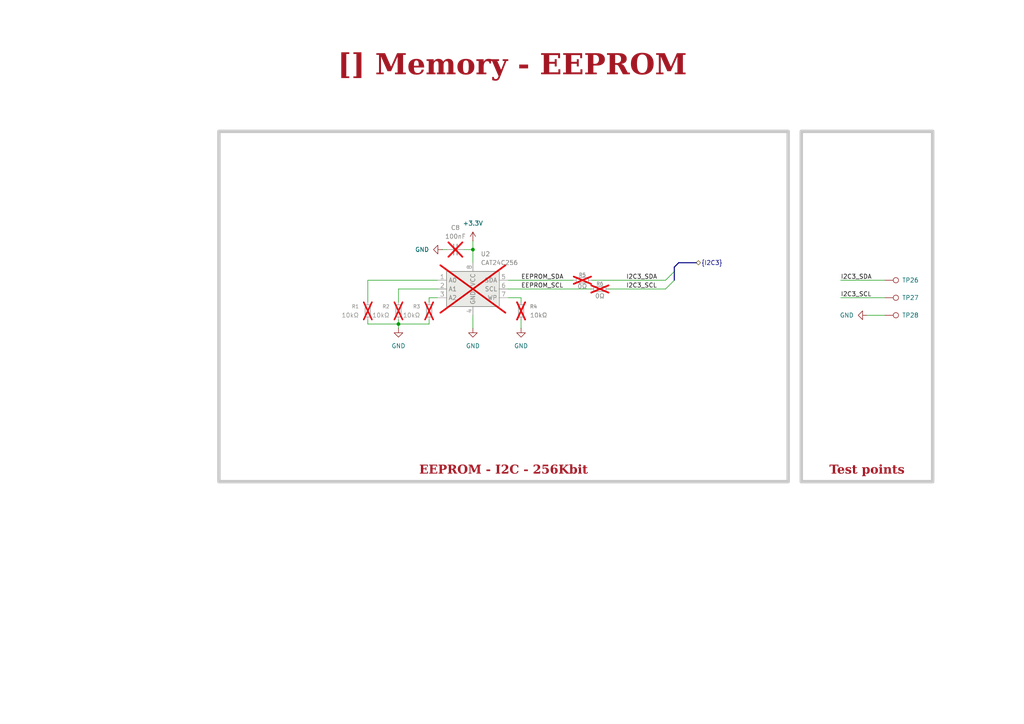
<source format=kicad_sch>
(kicad_sch (version 20250114) (generator "eeschema") (generator_version "9.0")
  (paper "A4")
  (title_block (title "Memory - EEPROM") (rev "${REVISION}") (company "${COMPANY}"))
  (lib_symbols
    (symbol "0_capacitors:CL05B104KO5NNNC" (pin_numbers (hide yes)) (pin_names (offset 0.254) (hide yes))
      (property "Reference" "C" (at 0.254 1.778 0))
      (property "Value" "100nF" (at 0.254 -2.032 0))
      (symbol "CL05B104KO5NNNC_0_1"
        (polyline (pts (xy -1.524 0.508) (xy 1.524 0.508)) (stroke (width 0.3048)))
        (polyline (pts (xy -1.524 -0.508) (xy 1.524 -0.508)) (stroke (width 0.3302)))
      )
      (symbol "CL05B104KO5NNNC_1_1"
        (pin passive line (at 0 2.54 270) (length 2.032) (name "~") (number "1"))
        (pin passive line (at 0 -2.54 90) (length 2.032) (name "~") (number "2"))
      )
    )
    (symbol "0_integrated_circuits:CAT24C256"
      (property "Reference" "U" (at -6.35 6.35 0))
      (property "Value" "CAT24C256" (at 1.27 6.35 0))
      (symbol "CAT24C256_1_1"
        (rectangle (start -7.62 5.08) (end 7.62 -5.08) (stroke (width 0.254)) (fill (type background)))
        (pin input line (at -10.16 2.54 0) (length 2.54) (name "A0") (number "1"))
        (pin input line (at -10.16 0 0) (length 2.54) (name "A1") (number "2"))
        (pin input line (at -10.16 -2.54 0) (length 2.54) (name "A2") (number "3"))
        (pin power_in line (at 0 7.62 270) (length 2.54) (name "VCC") (number "8"))
        (pin power_in line (at 0 -7.62 90) (length 2.54) (name "GND") (number "4"))
        (pin bidirectional line (at 10.16 2.54 180) (length 2.54) (name "SDA") (number "5"))
        (pin input line (at 10.16 0 180) (length 2.54) (name "SCL") (number "6"))
        (pin input line (at 10.16 -2.54 180) (length 2.54) (name "WP") (number "7"))
      )
    )
    (symbol "0_resistors:0402WGF0000TCE" (pin_numbers (hide yes)) (pin_names (offset 0.254) (hide yes))
      (property "Reference" "R" (at 0 0 90))
      (property "Value" "0Ω" (at 1.778 0 90))
      (symbol "0402WGF0000TCE_0_1"
        (rectangle (start -0.762 1.778) (end 0.762 -1.778) (stroke (width 0.2032)))
      )
      (symbol "0402WGF0000TCE_1_1"
        (pin passive line (at 0 2.54 270) (length 0.762) (name "~") (number "1"))
        (pin passive line (at 0 -2.54 90) (length 0.762) (name "~") (number "2"))
      )
    )
    (symbol "0_resistors:0402WGF1002TCE" (pin_numbers (hide yes)) (pin_names (offset 0.254) (hide yes))
      (property "Reference" "R" (at 0 0 90))
      (property "Value" "10kΩ" (at 1.778 0 90))
      (symbol "0402WGF1002TCE_0_1"
        (rectangle (start -0.762 1.778) (end 0.762 -1.778) (stroke (width 0.2032)))
      )
      (symbol "0402WGF1002TCE_1_1"
        (pin passive line (at 0 2.54 270) (length 0.762) (name "~") (number "1"))
        (pin passive line (at 0 -2.54 90) (length 0.762) (name "~") (number "2"))
      )
    )
    (symbol "Connector:TestPoint" (pin_numbers (hide yes)) (pin_names (offset 0.762) (hide yes))
      (property "Reference" "TP" (at 0 6.858 0))
      (property "Value" "TestPoint" (at 0 5.08 0))
      (symbol "TestPoint_0_1"
        (circle (center 0 3.302) (radius 0.762))
      )
      (symbol "TestPoint_1_1"
        (pin passive line (at 0 0 90) (length 2.54) (name "1") (number "1"))
      )
    )
    (symbol "power:+3.3V" (power) (pin_numbers (hide yes)) (pin_names (offset 0) (hide yes))
      (property "Value" "+3.3V" (at 0 3.556 0))
      (symbol "+3.3V_0_1"
        (polyline (pts (xy -0.762 1.27) (xy 0 2.54)))
        (polyline (pts (xy 0 2.54) (xy 0.762 1.27)))
        (polyline (pts (xy 0 0) (xy 0 2.54)))
      )
      (symbol "+3.3V_1_1"
        (pin power_in line (at 0 0 90) (length 0) (name "~") (number "1"))
      )
    )
    (symbol "power:GND" (power) (pin_numbers (hide yes)) (pin_names (offset 0) (hide yes))
      (property "Value" "GND" (at 0 -3.81 0))
      (symbol "GND_0_1"
        (polyline (pts (xy 0 0) (xy 0 -1.27) (xy 1.27 -1.27) (xy 0 -2.54) (xy -1.27 -1.27) (xy 0 -1.27)))
      )
      (symbol "GND_1_1"
        (pin power_in line (at 0 0 270) (length 0) (name "~") (number "1"))
      )
    )
  )
  (rectangle (start 63.5 38.1) (end 228.6 139.7) (stroke (width 1) (color 200 200 200 1)))
  (rectangle (start 232.41 38.1) (end 270.51 139.7) (stroke (width 1) (color 200 200 200 1)))
  (text_box "EEPROM - I2C - 256Kbit\n" (at 63.5 127 0) (size 165.1 12.7) (margins 1.9049 1.9049 1.9049 1.9049) (stroke (width -0.0001)) (effects (font (size 2.54 2.54) (thickness 0.508) (bold yes)) (justify bottom)))
  (text_box "Test points\n" (at 232.41 127 0) (size 38.1 12.7) (margins 1.9049 1.9049 1.9049 1.9049) (stroke (width -0.0001)) (effects (font (size 2.54 2.54) (thickness 0.508) (bold yes)) (justify bottom)))
  (text_box "[${#}] ${TITLE}" (at 12.7 12.7 0) (size 271.78 12.7) (margins 4.4999 4.4999 4.4999 4.4999) (stroke (width -0.0001)) (effects (font (size 6 6) (thickness 1.2) (bold yes))))
  (junction (at 137.16 72.39))
  (junction (at 115.57 93.98))
  (bus_entry (at 193.04 83.82) (size 2.54 -2.54))
  (bus_entry (at 193.04 81.28) (size 2.54 -2.54))
  (wire (pts (xy 151.13 86.36) (xy 151.13 87.63)))
  (wire (pts (xy 251.46 91.44) (xy 256.54 91.44)))
  (wire (pts (xy 127 83.82) (xy 115.57 83.82)))
  (wire (pts (xy 115.57 93.98) (xy 115.57 95.25)))
  (wire (pts (xy 137.16 91.44) (xy 137.16 95.25)))
  (bus (pts (xy 195.58 78.74) (xy 195.58 81.28)))
  (wire (pts (xy 151.13 92.71) (xy 151.13 95.25)))
  (wire (pts (xy 115.57 93.98) (xy 124.46 93.98)))
  (wire (pts (xy 147.32 83.82) (xy 171.45 83.82)))
  (wire (pts (xy 127 86.36) (xy 124.46 86.36)))
  (wire (pts (xy 243.84 86.36) (xy 256.54 86.36)))
  (wire (pts (xy 176.53 83.82) (xy 193.04 83.82)))
  (wire (pts (xy 127 81.28) (xy 106.68 81.28)))
  (wire (pts (xy 137.16 72.39) (xy 137.16 76.2)))
  (wire (pts (xy 128.27 72.39) (xy 129.54 72.39)))
  (wire (pts (xy 134.62 72.39) (xy 137.16 72.39)))
  (bus (pts (xy 196.85 76.2) (xy 201.93 76.2)))
  (bus (pts (xy 195.58 78.74) (xy 195.58 77.47)))
  (wire (pts (xy 171.45 81.28) (xy 193.04 81.28)))
  (wire (pts (xy 106.68 81.28) (xy 106.68 87.63)))
  (wire (pts (xy 106.68 93.98) (xy 106.68 92.71)))
  (wire (pts (xy 243.84 81.28) (xy 256.54 81.28)))
  (wire (pts (xy 124.46 86.36) (xy 124.46 87.63)))
  (wire (pts (xy 115.57 92.71) (xy 115.57 93.98)))
  (wire (pts (xy 147.32 86.36) (xy 151.13 86.36)))
  (bus (pts (xy 195.58 77.47) (xy 196.85 76.2)))
  (wire (pts (xy 115.57 93.98) (xy 106.68 93.98)))
  (wire (pts (xy 147.32 81.28) (xy 166.37 81.28)))
  (wire (pts (xy 115.57 83.82) (xy 115.57 87.63)))
  (wire (pts (xy 137.16 69.85) (xy 137.16 72.39)))
  (wire (pts (xy 124.46 93.98) (xy 124.46 92.71)))
  (label "I2C3_SDA" (at 243.84 81.28 0))
  (label "I2C3_SDA" (at 181.61 81.28 0))
  (label "I2C3_SCL" (at 181.61 83.82 0))
  (label "EEPROM_SDA" (at 151.13 81.28 0))
  (label "I2C3_SCL" (at 243.84 86.36 0))
  (label "EEPROM_SCL" (at 151.13 83.82 0))
  (hierarchical_label "{I2C3}" (shape bidirectional) (at 201.93 76.2 0))
  (symbol (lib_id "0_resistors:0402WGF1002TCE") (at 151.13 90.17 0) (mirror y) (unit 1) (in_bom no) (dnp yes)
    (property "Reference" "R4" (at 153.67 88.9 0) (effects (font (size 1.016 1.016)) (justify right)))
    (property "Value" "10kΩ" (at 153.67 91.44 0) (effects (justify right)))
    (property "Footprint" "0_resistors:R_0402_1005Metric" (effects (hide yes)))
    (property "Description" "Resistor, small symbol" (effects (hide yes)))
    (property "Supplier 1" "JLCPCB" (effects (hide yes)))
    (property "Supplier Part Number 1" "C25744" (effects (hide yes)))
  )
  (symbol (lib_id "power:GND") (at 128.27 72.39 270) (unit 1)
    (property "Reference" "#PWR07" (effects (hide yes)))
    (property "Value" "GND" (at 124.46 72.39 90) (effects (justify right)))
    (property "Description" "Power symbol creates a global label with name \"GND\" , ground" (effects (hide yes)))
  )
  (symbol (lib_id "0_resistors:0402WGF1002TCE") (at 115.57 90.17 0) (mirror y) (unit 1) (in_bom no) (dnp yes)
    (property "Reference" "R2" (at 113.03 88.9 0) (effects (font (size 1.016 1.016)) (justify left)))
    (property "Value" "10kΩ" (at 113.03 91.44 0) (effects (justify left)))
    (property "Footprint" "0_resistors:R_0402_1005Metric" (effects (hide yes)))
    (property "Description" "Resistor, small symbol" (effects (hide yes)))
    (property "Supplier 1" "JLCPCB" (effects (hide yes)))
    (property "Supplier Part Number 1" "C25744" (effects (hide yes)))
  )
  (symbol (lib_id "0_resistors:0402WGF0000TCE") (at 173.99 83.82 90) (unit 1) (in_bom no) (dnp yes)
    (property "Reference" "R6" (at 173.99 82.296 90) (effects (font (size 1.016 1.016))))
    (property "Value" "0Ω" (at 173.99 85.852 90))
    (property "Footprint" "0_resistors:R_0402_1005Metric" (effects (hide yes)))
    (property "Description" "Resistor, small symbol" (effects (hide yes)))
    (property "Supplier 1" "JLCPCB" (effects (hide yes)))
    (property "Supplier Part Number 1" "C17168" (effects (hide yes)))
  )
  (symbol (lib_id "Connector:TestPoint") (at 256.54 81.28 270) (unit 1) (in_bom no)
    (property "Reference" "TP26" (at 261.62 81.28 90) (effects (justify left)))
    (property "Value" "TestPoint" (effects (hide yes)))
    (property "Footprint" "0_pads:TestPoint_Pad_D0.5mm_Back" (effects (hide yes)))
    (property "Description" "test point" (effects (hide yes)))
  )
  (symbol (lib_id "0_resistors:0402WGF1002TCE") (at 124.46 90.17 0) (mirror y) (unit 1) (in_bom no) (dnp yes)
    (property "Reference" "R3" (at 121.92 88.9 0) (effects (font (size 1.016 1.016)) (justify left)))
    (property "Value" "10kΩ" (at 121.92 91.44 0) (effects (justify left)))
    (property "Footprint" "0_resistors:R_0402_1005Metric" (effects (hide yes)))
    (property "Description" "Resistor, small symbol" (effects (hide yes)))
    (property "Supplier 1" "JLCPCB" (effects (hide yes)))
    (property "Supplier Part Number 1" "C25744" (effects (hide yes)))
  )
  (symbol (lib_id "Connector:TestPoint") (at 256.54 86.36 270) (unit 1) (in_bom no)
    (property "Reference" "TP27" (at 261.62 86.36 90) (effects (justify left)))
    (property "Value" "TestPoint" (effects (hide yes)))
    (property "Footprint" "0_pads:TestPoint_Pad_D0.5mm_Back" (effects (hide yes)))
    (property "Description" "test point" (effects (hide yes)))
  )
  (symbol (lib_id "power:+3.3V") (at 137.16 69.85 0) (unit 1)
    (property "Reference" "#PWR06" (effects (hide yes)))
    (property "Value" "+3.3V" (at 137.16 64.77 0))
    (property "Description" "Power symbol creates a global label with name \"+3.3V\"" (effects (hide yes)))
  )
  (symbol (lib_id "power:GND") (at 151.13 95.25 0) (unit 1)
    (property "Reference" "#PWR09" (effects (hide yes)))
    (property "Value" "GND" (at 151.13 100.33 0))
    (property "Description" "Power symbol creates a global label with name \"GND\" , ground" (effects (hide yes)))
  )
  (symbol (lib_id "Connector:TestPoint") (at 256.54 91.44 270) (unit 1) (in_bom no)
    (property "Reference" "TP28" (at 261.62 91.44 90) (effects (justify left)))
    (property "Value" "TestPoint" (effects (hide yes)))
    (property "Footprint" "0_pads:TestPoint_Pad_D0.5mm_Back" (effects (hide yes)))
    (property "Description" "test point" (effects (hide yes)))
  )
  (symbol (lib_id "0_capacitors:CL05B104KO5NNNC") (at 132.08 72.39 90) (unit 1) (in_bom no) (dnp yes)
    (property "Reference" "C8" (at 132.0863 66.04 90))
    (property "Value" "100nF" (at 132.0863 68.58 90))
    (property "Footprint" "0_capacitors:C_0402_1005Metric" (effects (hide yes)))
    (property "Description" "Unpolarized capacitor, small symbol" (effects (hide yes)))
    (property "Supplier 1" "JLCPCB" (effects (hide yes)))
    (property "Supplier Part Number 1" "C1525" (effects (hide yes)))
  )
  (symbol (lib_id "0_resistors:0402WGF1002TCE") (at 106.68 90.17 0) (mirror y) (unit 1) (in_bom no) (dnp yes)
    (property "Reference" "R1" (at 104.14 88.9 0) (effects (font (size 1.016 1.016)) (justify left)))
    (property "Value" "10kΩ" (at 104.14 91.44 0) (effects (justify left)))
    (property "Footprint" "0_resistors:R_0402_1005Metric" (effects (hide yes)))
    (property "Description" "Resistor, small symbol" (effects (hide yes)))
    (property "Supplier 1" "JLCPCB" (effects (hide yes)))
    (property "Supplier Part Number 1" "C25744" (effects (hide yes)))
  )
  (symbol (lib_id "0_resistors:0402WGF0000TCE") (at 168.91 81.28 90) (unit 1) (in_bom no) (dnp yes)
    (property "Reference" "R5" (at 168.91 79.756 90) (effects (font (size 1.016 1.016))))
    (property "Value" "0Ω" (at 168.91 83.058 90))
    (property "Footprint" "0_resistors:R_0402_1005Metric" (effects (hide yes)))
    (property "Description" "Resistor, small symbol" (effects (hide yes)))
    (property "Supplier 1" "JLCPCB" (effects (hide yes)))
    (property "Supplier Part Number 1" "C17168" (effects (hide yes)))
  )
  (symbol (lib_id "power:GND") (at 251.46 91.44 270) (unit 1)
    (property "Reference" "#PWR0216" (effects (hide yes)))
    (property "Value" "GND" (at 247.65 91.44 90) (effects (justify right)))
    (property "Description" "Power symbol creates a global label with name \"GND\" , ground" (effects (hide yes)))
  )
  (symbol (lib_id "power:GND") (at 137.16 95.25 0) (unit 1)
    (property "Reference" "#PWR08" (effects (hide yes)))
    (property "Value" "GND" (at 137.16 100.33 0))
    (property "Description" "Power symbol creates a global label with name \"GND\" , ground" (effects (hide yes)))
  )
  (symbol (lib_id "0_integrated_circuits:CAT24C256") (at 137.16 83.82 0) (unit 1) (in_bom no) (dnp yes)
    (property "Reference" "U2" (at 139.4177 73.66 0) (effects (justify left)))
    (property "Value" "CAT24C256" (at 139.4177 76.2 0) (effects (justify left)))
    (property "Footprint" "0_integrated_circuits:SOIC-8_5.3x6.2mm_P1.27mm" (effects (hide yes)))
    (property "Datasheet" "https://www.onsemi.cn/PowerSolutions/document/CAT24C256-D.PDF" (effects (hide yes)))
    (property "Description" "256 kb CMOS Serial EEPROM, DIP-8/SOIC-8/TSSOP-8/DFN-8" (effects (hide yes)))
    (property "Supplier 1" "JLCPCB" (effects (hide yes)))
    (property "Supplier Part Number 1" "C6482" (effects (hide yes)))
  )
  (symbol (lib_id "power:GND") (at 115.57 95.25 0) (unit 1)
    (property "Reference" "#PWR010" (effects (hide yes)))
    (property "Value" "GND" (at 115.57 100.33 0))
    (property "Description" "Power symbol creates a global label with name \"GND\" , ground" (effects (hide yes)))
  )
)
</source>
